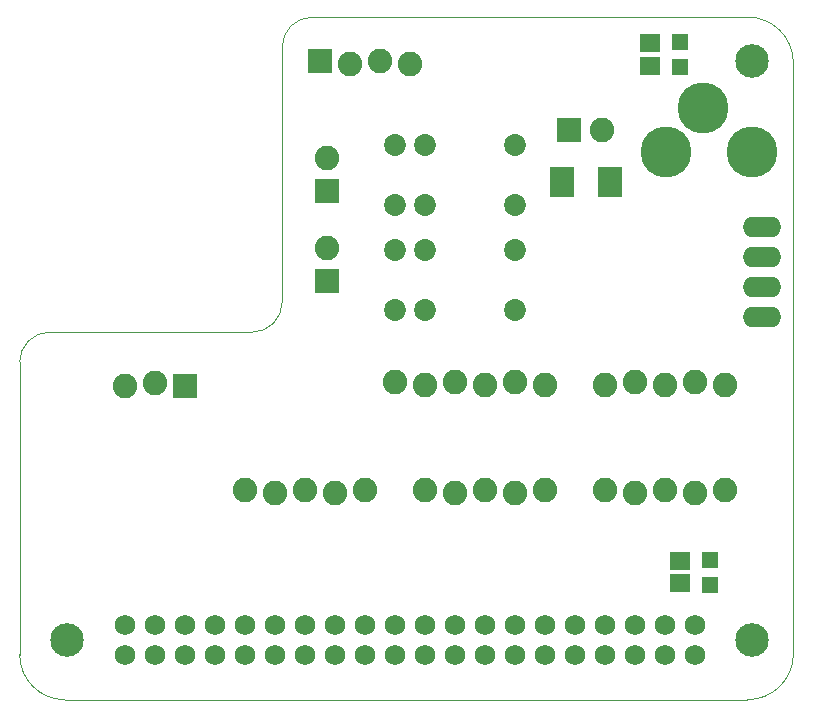
<source format=gbr>
%TF.GenerationSoftware,KiCad,Pcbnew,5.1.5+dfsg1-2~bpo10+1*%
%TF.CreationDate,2020-10-30T12:10:53+01:00*%
%TF.ProjectId,ms_auth_breakout,6d735f61-7574-4685-9f62-7265616b6f75,1.1.0*%
%TF.SameCoordinates,Original*%
%TF.FileFunction,Soldermask,Top*%
%TF.FilePolarity,Negative*%
%FSLAX46Y46*%
G04 Gerber Fmt 4.6, Leading zero omitted, Abs format (unit mm)*
G04 Created by KiCad (PCBNEW 5.1.5+dfsg1-2~bpo10+1) date 2020-10-30 12:10:53 commit 8f6b4a8*
%MOMM*%
%LPD*%
G04 APERTURE LIST*
%ADD10C,0.050000*%
%ADD11C,2.843200*%
%ADD12C,1.727200*%
%ADD13C,2.082800*%
%ADD14R,2.082800X2.082800*%
%ADD15R,2.003200X2.603200*%
%ADD16R,1.403200X1.403200*%
%ADD17R,1.703200X1.503200*%
%ADD18C,4.318000*%
%ADD19O,3.251200X1.727200*%
%ADD20C,1.854200*%
G04 APERTURE END LIST*
D10*
X119557800Y-133896100D02*
G75*
G02X115747800Y-130086100I0J3810000D01*
G01*
X119557800Y-133896100D02*
X177342800Y-133896100D01*
X181254400Y-130086100D02*
G75*
G02X177342800Y-133896100I-3860800J50800D01*
G01*
X181254400Y-130086100D02*
X181254400Y-79921100D01*
X177342800Y-76111100D02*
G75*
G02X181254400Y-79921100I50800J-3860800D01*
G01*
X177342800Y-76111100D02*
X140512800Y-76111100D01*
X137972800Y-78651100D02*
G75*
G02X140512800Y-76111100I2540000J0D01*
G01*
X137972800Y-78651100D02*
X137972800Y-100241100D01*
X135432800Y-102781100D02*
G75*
G03X137972800Y-100241100I0J2540000D01*
G01*
X135432800Y-102781100D02*
X118287800Y-102781100D01*
X115747800Y-105321100D02*
G75*
G02X118287800Y-102781100I2540000J0D01*
G01*
X115747800Y-105321100D02*
X115747800Y-130086100D01*
D11*
X177749200Y-128816100D03*
X119761000Y-128816100D03*
X177749200Y-79794100D03*
D12*
X124637800Y-130086100D03*
X124637800Y-127546100D03*
X127177800Y-130086100D03*
X127177800Y-127546100D03*
X129717800Y-130086100D03*
X129717800Y-127546100D03*
X132257800Y-130086100D03*
X132257800Y-127546100D03*
X134797800Y-130086100D03*
X134797800Y-127546100D03*
X137337800Y-130086100D03*
X137337800Y-127546100D03*
X139877800Y-130086100D03*
X139877800Y-127546100D03*
X142417800Y-130086100D03*
X142417800Y-127546100D03*
X144957800Y-130086100D03*
X144957800Y-127546100D03*
X147497800Y-130086100D03*
X147497800Y-127546100D03*
X150037800Y-130086100D03*
X150037800Y-127546100D03*
X152577800Y-130086100D03*
X152577800Y-127546100D03*
X155117800Y-130086100D03*
X155117800Y-127546100D03*
X157657800Y-130086100D03*
X157657800Y-127546100D03*
X160197800Y-130086100D03*
X160197800Y-127546100D03*
X162737800Y-130086100D03*
X162737800Y-127546100D03*
X165277800Y-130086100D03*
X165277800Y-127546100D03*
X167817800Y-130086100D03*
X167817800Y-127546100D03*
X170357800Y-130086100D03*
X170357800Y-127546100D03*
X172897800Y-130086100D03*
X172897800Y-127546100D03*
D13*
X165087300Y-85636100D03*
D14*
X162293300Y-85636100D03*
D15*
X161665300Y-90081100D03*
X165715300Y-90081100D03*
D16*
X171627800Y-80336100D03*
X171627800Y-78236100D03*
X174167800Y-124151100D03*
X174167800Y-122051100D03*
D17*
X171627800Y-124051100D03*
X171627800Y-122151100D03*
X169087800Y-80236100D03*
X169087800Y-78336100D03*
D13*
X175437800Y-116116100D03*
X172897800Y-116370100D03*
X170357800Y-116116100D03*
X167817800Y-116370100D03*
X165277800Y-116116100D03*
X160197800Y-116116100D03*
X157657800Y-116370100D03*
X155117800Y-116116100D03*
X152577800Y-116370100D03*
X150037800Y-116116100D03*
X144957800Y-116116100D03*
X142417800Y-116370100D03*
X139877800Y-116116100D03*
X137337800Y-116370100D03*
X134797800Y-116116100D03*
X165277800Y-107226100D03*
X167817800Y-106972100D03*
X170357800Y-107226100D03*
X172897800Y-106972100D03*
X175437800Y-107226100D03*
X124637800Y-107353100D03*
X127177800Y-107099100D03*
D14*
X129717800Y-107353100D03*
D18*
X173627800Y-83779500D03*
X177770800Y-87515700D03*
X170450000Y-87541100D03*
D19*
X178612800Y-93891100D03*
X178612800Y-96431100D03*
X178612800Y-98971100D03*
X178612800Y-101511100D03*
D20*
X147497800Y-91986100D03*
X150037800Y-91986100D03*
X157657800Y-91986100D03*
X157657800Y-86906100D03*
X150037800Y-86906100D03*
X147497800Y-86906100D03*
X147497800Y-100876100D03*
X150037800Y-100876100D03*
X157657800Y-100876100D03*
X157657800Y-95796100D03*
X150037800Y-95796100D03*
X147497800Y-95796100D03*
D13*
X141782800Y-95669100D03*
D14*
X141782800Y-98463100D03*
D13*
X141782800Y-88049100D03*
D14*
X141782800Y-90843100D03*
D13*
X148767800Y-80048100D03*
X146227800Y-79794100D03*
X143687800Y-80048100D03*
D14*
X141147800Y-79794100D03*
D13*
X147497800Y-106972100D03*
X150037800Y-107226100D03*
X152577800Y-106972100D03*
X155117800Y-107226100D03*
X157657800Y-106972100D03*
X160197800Y-107226100D03*
M02*

</source>
